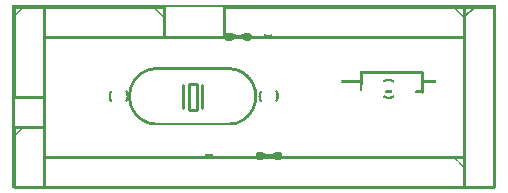
<source format=gto>
G04 MADE WITH FRITZING*
G04 WWW.FRITZING.ORG*
G04 DOUBLE SIDED*
G04 HOLES PLATED*
G04 CONTOUR ON CENTER OF CONTOUR VECTOR*
%ASAXBY*%
%FSLAX23Y23*%
%MOIN*%
%OFA0B0*%
%SFA1.0B1.0*%
%ADD10R,0.038714X0.096457X0.019029X0.076772*%
%ADD11C,0.009843*%
%ADD12C,0.010000*%
%ADD13C,0.005000*%
%ADD14R,0.001000X0.001000*%
%LNSILK1*%
G90*
G70*
G54D11*
X588Y351D02*
X616Y351D01*
X616Y264D01*
X588Y264D01*
X588Y351D01*
D02*
G54D12*
X1506Y607D02*
X706Y607D01*
D02*
X706Y607D02*
X706Y507D01*
D02*
X706Y507D02*
X1506Y507D01*
D02*
X1506Y507D02*
X1506Y607D01*
D02*
X506Y607D02*
X106Y607D01*
D02*
X106Y607D02*
X106Y507D01*
D02*
X106Y507D02*
X506Y507D01*
D02*
X506Y507D02*
X506Y607D01*
D02*
X1506Y507D02*
X106Y507D01*
D02*
X106Y507D02*
X106Y107D01*
D02*
X106Y107D02*
X1506Y107D01*
D02*
X1506Y507D02*
X1506Y357D01*
D02*
X1506Y257D02*
X1506Y107D01*
D02*
X1165Y390D02*
X1365Y390D01*
D02*
X1365Y390D02*
X1365Y324D01*
D02*
X6Y207D02*
X6Y7D01*
D02*
X6Y7D02*
X106Y7D01*
D02*
X106Y7D02*
X106Y207D01*
D02*
X106Y207D02*
X6Y207D01*
D02*
X6Y607D02*
X6Y307D01*
D02*
X6Y307D02*
X106Y307D01*
D02*
X106Y307D02*
X106Y607D01*
D02*
X106Y607D02*
X6Y607D01*
D02*
X1506Y607D02*
X1506Y7D01*
D02*
X1506Y7D02*
X1606Y7D01*
D02*
X1606Y7D02*
X1606Y607D01*
D02*
X1606Y607D02*
X1506Y607D01*
G54D13*
D02*
X1506Y572D02*
X1541Y607D01*
G54D12*
D02*
X1506Y107D02*
X106Y107D01*
D02*
X106Y107D02*
X106Y7D01*
D02*
X106Y7D02*
X1506Y7D01*
D02*
X1506Y7D02*
X1506Y107D01*
G54D11*
X633Y347D02*
X633Y269D01*
D02*
X570Y347D02*
X570Y269D01*
D02*
G54D14*
X0Y613D02*
X1612Y613D01*
X0Y612D02*
X1612Y612D01*
X0Y611D02*
X1612Y611D01*
X0Y610D02*
X1612Y610D01*
X0Y609D02*
X1612Y609D01*
X0Y608D02*
X1612Y608D01*
X0Y607D02*
X1612Y607D01*
X0Y606D02*
X1612Y606D01*
X0Y605D02*
X7Y605D01*
X34Y605D02*
X40Y605D01*
X470Y605D02*
X476Y605D01*
X1469Y605D02*
X1475Y605D01*
X1605Y605D02*
X1612Y605D01*
X0Y604D02*
X7Y604D01*
X33Y604D02*
X39Y604D01*
X471Y604D02*
X477Y604D01*
X1470Y604D02*
X1476Y604D01*
X1605Y604D02*
X1612Y604D01*
X0Y603D02*
X7Y603D01*
X32Y603D02*
X38Y603D01*
X472Y603D02*
X478Y603D01*
X1471Y603D02*
X1477Y603D01*
X1605Y603D02*
X1612Y603D01*
X0Y602D02*
X7Y602D01*
X31Y602D02*
X37Y602D01*
X473Y602D02*
X479Y602D01*
X1472Y602D02*
X1478Y602D01*
X1605Y602D02*
X1612Y602D01*
X0Y601D02*
X7Y601D01*
X30Y601D02*
X36Y601D01*
X474Y601D02*
X480Y601D01*
X1473Y601D02*
X1479Y601D01*
X1605Y601D02*
X1612Y601D01*
X0Y600D02*
X7Y600D01*
X29Y600D02*
X35Y600D01*
X475Y600D02*
X481Y600D01*
X1474Y600D02*
X1480Y600D01*
X1605Y600D02*
X1612Y600D01*
X0Y599D02*
X7Y599D01*
X28Y599D02*
X34Y599D01*
X476Y599D02*
X482Y599D01*
X1475Y599D02*
X1481Y599D01*
X1605Y599D02*
X1612Y599D01*
X0Y598D02*
X7Y598D01*
X27Y598D02*
X33Y598D01*
X477Y598D02*
X483Y598D01*
X1476Y598D02*
X1482Y598D01*
X1605Y598D02*
X1612Y598D01*
X0Y597D02*
X7Y597D01*
X26Y597D02*
X32Y597D01*
X478Y597D02*
X484Y597D01*
X1477Y597D02*
X1483Y597D01*
X1605Y597D02*
X1612Y597D01*
X0Y596D02*
X7Y596D01*
X25Y596D02*
X31Y596D01*
X479Y596D02*
X485Y596D01*
X1478Y596D02*
X1484Y596D01*
X1605Y596D02*
X1612Y596D01*
X0Y595D02*
X7Y595D01*
X24Y595D02*
X30Y595D01*
X480Y595D02*
X486Y595D01*
X1479Y595D02*
X1485Y595D01*
X1605Y595D02*
X1612Y595D01*
X0Y594D02*
X7Y594D01*
X23Y594D02*
X29Y594D01*
X481Y594D02*
X487Y594D01*
X1480Y594D02*
X1486Y594D01*
X1605Y594D02*
X1612Y594D01*
X0Y593D02*
X7Y593D01*
X22Y593D02*
X28Y593D01*
X482Y593D02*
X488Y593D01*
X1481Y593D02*
X1487Y593D01*
X1605Y593D02*
X1612Y593D01*
X0Y592D02*
X7Y592D01*
X21Y592D02*
X27Y592D01*
X483Y592D02*
X489Y592D01*
X1483Y592D02*
X1488Y592D01*
X1605Y592D02*
X1612Y592D01*
X0Y591D02*
X7Y591D01*
X20Y591D02*
X26Y591D01*
X484Y591D02*
X490Y591D01*
X1484Y591D02*
X1489Y591D01*
X1605Y591D02*
X1612Y591D01*
X0Y590D02*
X7Y590D01*
X19Y590D02*
X24Y590D01*
X485Y590D02*
X491Y590D01*
X1485Y590D02*
X1490Y590D01*
X1605Y590D02*
X1612Y590D01*
X0Y589D02*
X7Y589D01*
X18Y589D02*
X23Y589D01*
X487Y589D02*
X492Y589D01*
X1486Y589D02*
X1491Y589D01*
X1605Y589D02*
X1612Y589D01*
X0Y588D02*
X7Y588D01*
X17Y588D02*
X22Y588D01*
X487Y588D02*
X493Y588D01*
X1487Y588D02*
X1492Y588D01*
X1605Y588D02*
X1612Y588D01*
X0Y587D02*
X7Y587D01*
X16Y587D02*
X22Y587D01*
X488Y587D02*
X494Y587D01*
X1488Y587D02*
X1493Y587D01*
X1605Y587D02*
X1612Y587D01*
X0Y586D02*
X7Y586D01*
X15Y586D02*
X21Y586D01*
X489Y586D02*
X495Y586D01*
X1489Y586D02*
X1494Y586D01*
X1605Y586D02*
X1612Y586D01*
X0Y585D02*
X7Y585D01*
X14Y585D02*
X20Y585D01*
X490Y585D02*
X496Y585D01*
X1490Y585D02*
X1495Y585D01*
X1605Y585D02*
X1612Y585D01*
X0Y584D02*
X7Y584D01*
X13Y584D02*
X19Y584D01*
X491Y584D02*
X497Y584D01*
X1490Y584D02*
X1496Y584D01*
X1605Y584D02*
X1612Y584D01*
X0Y583D02*
X7Y583D01*
X12Y583D02*
X18Y583D01*
X492Y583D02*
X498Y583D01*
X1491Y583D02*
X1497Y583D01*
X1605Y583D02*
X1612Y583D01*
X0Y582D02*
X7Y582D01*
X11Y582D02*
X17Y582D01*
X493Y582D02*
X499Y582D01*
X1492Y582D02*
X1498Y582D01*
X1605Y582D02*
X1612Y582D01*
X0Y581D02*
X7Y581D01*
X10Y581D02*
X16Y581D01*
X494Y581D02*
X500Y581D01*
X1493Y581D02*
X1499Y581D01*
X1605Y581D02*
X1612Y581D01*
X0Y580D02*
X7Y580D01*
X9Y580D02*
X15Y580D01*
X495Y580D02*
X501Y580D01*
X1494Y580D02*
X1500Y580D01*
X1605Y580D02*
X1612Y580D01*
X0Y579D02*
X14Y579D01*
X496Y579D02*
X502Y579D01*
X1495Y579D02*
X1501Y579D01*
X1605Y579D02*
X1612Y579D01*
X0Y578D02*
X13Y578D01*
X497Y578D02*
X503Y578D01*
X1496Y578D02*
X1502Y578D01*
X1605Y578D02*
X1612Y578D01*
X0Y577D02*
X12Y577D01*
X498Y577D02*
X504Y577D01*
X1497Y577D02*
X1503Y577D01*
X1605Y577D02*
X1612Y577D01*
X0Y576D02*
X11Y576D01*
X499Y576D02*
X505Y576D01*
X1498Y576D02*
X1504Y576D01*
X1605Y576D02*
X1612Y576D01*
X0Y575D02*
X10Y575D01*
X500Y575D02*
X506Y575D01*
X1499Y575D02*
X1505Y575D01*
X1605Y575D02*
X1612Y575D01*
X0Y574D02*
X9Y574D01*
X501Y574D02*
X505Y574D01*
X1500Y574D02*
X1505Y574D01*
X1605Y574D02*
X1612Y574D01*
X0Y573D02*
X8Y573D01*
X502Y573D02*
X504Y573D01*
X1501Y573D02*
X1504Y573D01*
X1605Y573D02*
X1612Y573D01*
X0Y572D02*
X7Y572D01*
X503Y572D02*
X503Y572D01*
X1502Y572D02*
X1503Y572D01*
X1605Y572D02*
X1612Y572D01*
X0Y571D02*
X7Y571D01*
X1605Y571D02*
X1612Y571D01*
X0Y570D02*
X7Y570D01*
X1605Y570D02*
X1612Y570D01*
X0Y569D02*
X7Y569D01*
X1605Y569D02*
X1612Y569D01*
X0Y568D02*
X7Y568D01*
X1605Y568D02*
X1612Y568D01*
X0Y567D02*
X7Y567D01*
X1605Y567D02*
X1612Y567D01*
X0Y566D02*
X7Y566D01*
X1605Y566D02*
X1612Y566D01*
X0Y565D02*
X7Y565D01*
X1605Y565D02*
X1612Y565D01*
X0Y564D02*
X7Y564D01*
X1605Y564D02*
X1612Y564D01*
X0Y563D02*
X7Y563D01*
X1605Y563D02*
X1612Y563D01*
X0Y562D02*
X7Y562D01*
X1605Y562D02*
X1612Y562D01*
X0Y561D02*
X7Y561D01*
X1605Y561D02*
X1612Y561D01*
X0Y560D02*
X7Y560D01*
X1605Y560D02*
X1612Y560D01*
X0Y559D02*
X7Y559D01*
X1605Y559D02*
X1612Y559D01*
X0Y558D02*
X7Y558D01*
X1605Y558D02*
X1612Y558D01*
X0Y557D02*
X7Y557D01*
X1605Y557D02*
X1612Y557D01*
X0Y556D02*
X7Y556D01*
X1605Y556D02*
X1612Y556D01*
X0Y555D02*
X7Y555D01*
X1605Y555D02*
X1612Y555D01*
X0Y554D02*
X7Y554D01*
X1605Y554D02*
X1612Y554D01*
X0Y553D02*
X7Y553D01*
X1605Y553D02*
X1612Y553D01*
X0Y552D02*
X7Y552D01*
X1605Y552D02*
X1612Y552D01*
X0Y551D02*
X7Y551D01*
X1605Y551D02*
X1612Y551D01*
X0Y550D02*
X7Y550D01*
X1605Y550D02*
X1612Y550D01*
X0Y549D02*
X7Y549D01*
X1605Y549D02*
X1612Y549D01*
X0Y548D02*
X7Y548D01*
X1605Y548D02*
X1612Y548D01*
X0Y547D02*
X7Y547D01*
X1605Y547D02*
X1612Y547D01*
X0Y546D02*
X7Y546D01*
X1605Y546D02*
X1612Y546D01*
X0Y545D02*
X7Y545D01*
X1605Y545D02*
X1612Y545D01*
X0Y544D02*
X7Y544D01*
X1605Y544D02*
X1612Y544D01*
X0Y543D02*
X7Y543D01*
X1605Y543D02*
X1612Y543D01*
X0Y542D02*
X7Y542D01*
X1605Y542D02*
X1612Y542D01*
X0Y541D02*
X7Y541D01*
X1605Y541D02*
X1612Y541D01*
X0Y540D02*
X7Y540D01*
X1605Y540D02*
X1612Y540D01*
X0Y539D02*
X7Y539D01*
X1605Y539D02*
X1612Y539D01*
X0Y538D02*
X7Y538D01*
X1605Y538D02*
X1612Y538D01*
X0Y537D02*
X7Y537D01*
X1605Y537D02*
X1612Y537D01*
X0Y536D02*
X7Y536D01*
X1605Y536D02*
X1612Y536D01*
X0Y535D02*
X7Y535D01*
X1605Y535D02*
X1612Y535D01*
X0Y534D02*
X7Y534D01*
X1605Y534D02*
X1612Y534D01*
X0Y533D02*
X7Y533D01*
X1605Y533D02*
X1612Y533D01*
X0Y532D02*
X7Y532D01*
X1605Y532D02*
X1612Y532D01*
X0Y531D02*
X7Y531D01*
X1605Y531D02*
X1612Y531D01*
X0Y530D02*
X7Y530D01*
X1605Y530D02*
X1612Y530D01*
X0Y529D02*
X7Y529D01*
X1605Y529D02*
X1612Y529D01*
X0Y528D02*
X7Y528D01*
X1605Y528D02*
X1612Y528D01*
X0Y527D02*
X7Y527D01*
X1605Y527D02*
X1612Y527D01*
X0Y526D02*
X7Y526D01*
X1605Y526D02*
X1612Y526D01*
X0Y525D02*
X7Y525D01*
X1605Y525D02*
X1612Y525D01*
X0Y524D02*
X7Y524D01*
X1605Y524D02*
X1612Y524D01*
X0Y523D02*
X7Y523D01*
X1605Y523D02*
X1612Y523D01*
X0Y522D02*
X7Y522D01*
X1605Y522D02*
X1612Y522D01*
X0Y521D02*
X7Y521D01*
X1605Y521D02*
X1612Y521D01*
X0Y520D02*
X7Y520D01*
X717Y520D02*
X732Y520D01*
X777Y520D02*
X788Y520D01*
X1605Y520D02*
X1612Y520D01*
X0Y519D02*
X7Y519D01*
X713Y519D02*
X734Y519D01*
X775Y519D02*
X792Y519D01*
X1605Y519D02*
X1612Y519D01*
X0Y518D02*
X7Y518D01*
X712Y518D02*
X736Y518D01*
X773Y518D02*
X793Y518D01*
X1605Y518D02*
X1612Y518D01*
X0Y517D02*
X7Y517D01*
X711Y517D02*
X739Y517D01*
X771Y517D02*
X794Y517D01*
X1605Y517D02*
X1612Y517D01*
X0Y516D02*
X7Y516D01*
X710Y516D02*
X742Y516D01*
X768Y516D02*
X795Y516D01*
X840Y516D02*
X842Y516D01*
X1605Y516D02*
X1612Y516D01*
X0Y515D02*
X7Y515D01*
X709Y515D02*
X746Y515D01*
X764Y515D02*
X796Y515D01*
X840Y515D02*
X846Y515D01*
X864Y515D02*
X865Y515D01*
X1605Y515D02*
X1612Y515D01*
X0Y514D02*
X7Y514D01*
X709Y514D02*
X796Y514D01*
X840Y514D02*
X865Y514D01*
X1605Y514D02*
X1612Y514D01*
X0Y513D02*
X7Y513D01*
X709Y513D02*
X796Y513D01*
X840Y513D02*
X865Y513D01*
X1605Y513D02*
X1612Y513D01*
X0Y512D02*
X7Y512D01*
X708Y512D02*
X797Y512D01*
X840Y512D02*
X865Y512D01*
X1605Y512D02*
X1612Y512D01*
X0Y511D02*
X7Y511D01*
X708Y511D02*
X797Y511D01*
X840Y511D02*
X865Y511D01*
X1605Y511D02*
X1612Y511D01*
X0Y510D02*
X7Y510D01*
X708Y510D02*
X797Y510D01*
X840Y510D02*
X865Y510D01*
X1605Y510D02*
X1612Y510D01*
X0Y509D02*
X7Y509D01*
X708Y509D02*
X797Y509D01*
X840Y509D02*
X865Y509D01*
X1605Y509D02*
X1612Y509D01*
X0Y508D02*
X7Y508D01*
X708Y508D02*
X797Y508D01*
X840Y508D02*
X865Y508D01*
X1605Y508D02*
X1612Y508D01*
X0Y507D02*
X7Y507D01*
X708Y507D02*
X797Y507D01*
X840Y507D02*
X865Y507D01*
X1605Y507D02*
X1612Y507D01*
X0Y506D02*
X7Y506D01*
X708Y506D02*
X797Y506D01*
X840Y506D02*
X865Y506D01*
X1605Y506D02*
X1612Y506D01*
X0Y505D02*
X7Y505D01*
X708Y505D02*
X797Y505D01*
X840Y505D02*
X865Y505D01*
X1605Y505D02*
X1612Y505D01*
X0Y504D02*
X7Y504D01*
X708Y504D02*
X797Y504D01*
X840Y504D02*
X865Y504D01*
X1605Y504D02*
X1612Y504D01*
X0Y503D02*
X7Y503D01*
X708Y503D02*
X797Y503D01*
X840Y503D02*
X865Y503D01*
X1605Y503D02*
X1612Y503D01*
X0Y502D02*
X7Y502D01*
X708Y502D02*
X797Y502D01*
X840Y502D02*
X865Y502D01*
X1605Y502D02*
X1612Y502D01*
X0Y501D02*
X7Y501D01*
X709Y501D02*
X796Y501D01*
X840Y501D02*
X865Y501D01*
X1605Y501D02*
X1612Y501D01*
X0Y500D02*
X7Y500D01*
X709Y500D02*
X748Y500D01*
X762Y500D02*
X796Y500D01*
X840Y500D02*
X848Y500D01*
X862Y500D02*
X865Y500D01*
X1605Y500D02*
X1612Y500D01*
X0Y499D02*
X7Y499D01*
X709Y499D02*
X743Y499D01*
X766Y499D02*
X796Y499D01*
X840Y499D02*
X843Y499D01*
X1605Y499D02*
X1612Y499D01*
X0Y498D02*
X7Y498D01*
X710Y498D02*
X740Y498D01*
X770Y498D02*
X795Y498D01*
X840Y498D02*
X840Y498D01*
X1605Y498D02*
X1612Y498D01*
X0Y497D02*
X7Y497D01*
X711Y497D02*
X737Y497D01*
X772Y497D02*
X794Y497D01*
X1605Y497D02*
X1612Y497D01*
X0Y496D02*
X7Y496D01*
X712Y496D02*
X735Y496D01*
X774Y496D02*
X793Y496D01*
X1605Y496D02*
X1612Y496D01*
X0Y495D02*
X7Y495D01*
X714Y495D02*
X733Y495D01*
X776Y495D02*
X791Y495D01*
X1605Y495D02*
X1612Y495D01*
X0Y494D02*
X7Y494D01*
X1605Y494D02*
X1612Y494D01*
X0Y493D02*
X7Y493D01*
X1605Y493D02*
X1612Y493D01*
X0Y492D02*
X7Y492D01*
X1605Y492D02*
X1612Y492D01*
X0Y491D02*
X7Y491D01*
X1605Y491D02*
X1612Y491D01*
X0Y490D02*
X7Y490D01*
X1605Y490D02*
X1612Y490D01*
X0Y489D02*
X7Y489D01*
X1605Y489D02*
X1612Y489D01*
X0Y488D02*
X7Y488D01*
X1605Y488D02*
X1612Y488D01*
X0Y487D02*
X7Y487D01*
X1605Y487D02*
X1612Y487D01*
X0Y486D02*
X7Y486D01*
X1605Y486D02*
X1612Y486D01*
X0Y485D02*
X7Y485D01*
X1605Y485D02*
X1612Y485D01*
X0Y484D02*
X7Y484D01*
X1605Y484D02*
X1612Y484D01*
X0Y483D02*
X7Y483D01*
X1605Y483D02*
X1612Y483D01*
X0Y482D02*
X7Y482D01*
X1605Y482D02*
X1612Y482D01*
X0Y481D02*
X7Y481D01*
X1605Y481D02*
X1612Y481D01*
X0Y480D02*
X7Y480D01*
X1605Y480D02*
X1612Y480D01*
X0Y479D02*
X7Y479D01*
X1605Y479D02*
X1612Y479D01*
X0Y478D02*
X7Y478D01*
X1605Y478D02*
X1612Y478D01*
X0Y477D02*
X7Y477D01*
X1605Y477D02*
X1612Y477D01*
X0Y476D02*
X7Y476D01*
X1605Y476D02*
X1612Y476D01*
X0Y475D02*
X7Y475D01*
X1605Y475D02*
X1612Y475D01*
X0Y474D02*
X7Y474D01*
X1605Y474D02*
X1612Y474D01*
X0Y473D02*
X7Y473D01*
X1605Y473D02*
X1612Y473D01*
X0Y472D02*
X7Y472D01*
X1605Y472D02*
X1612Y472D01*
X0Y471D02*
X7Y471D01*
X1605Y471D02*
X1612Y471D01*
X0Y470D02*
X7Y470D01*
X1605Y470D02*
X1612Y470D01*
X0Y469D02*
X7Y469D01*
X1605Y469D02*
X1612Y469D01*
X0Y468D02*
X7Y468D01*
X1605Y468D02*
X1612Y468D01*
X0Y467D02*
X7Y467D01*
X1605Y467D02*
X1612Y467D01*
X0Y466D02*
X7Y466D01*
X1605Y466D02*
X1612Y466D01*
X0Y465D02*
X7Y465D01*
X1605Y465D02*
X1612Y465D01*
X0Y464D02*
X7Y464D01*
X1605Y464D02*
X1612Y464D01*
X0Y463D02*
X7Y463D01*
X1605Y463D02*
X1612Y463D01*
X0Y462D02*
X7Y462D01*
X1605Y462D02*
X1612Y462D01*
X0Y461D02*
X7Y461D01*
X1605Y461D02*
X1612Y461D01*
X0Y460D02*
X7Y460D01*
X1605Y460D02*
X1612Y460D01*
X0Y459D02*
X7Y459D01*
X1605Y459D02*
X1612Y459D01*
X0Y458D02*
X7Y458D01*
X1605Y458D02*
X1612Y458D01*
X0Y457D02*
X7Y457D01*
X1605Y457D02*
X1612Y457D01*
X0Y456D02*
X7Y456D01*
X1605Y456D02*
X1612Y456D01*
X0Y455D02*
X7Y455D01*
X1605Y455D02*
X1612Y455D01*
X0Y454D02*
X7Y454D01*
X1605Y454D02*
X1612Y454D01*
X0Y453D02*
X7Y453D01*
X1605Y453D02*
X1612Y453D01*
X0Y452D02*
X7Y452D01*
X1605Y452D02*
X1612Y452D01*
X0Y451D02*
X7Y451D01*
X1605Y451D02*
X1612Y451D01*
X0Y450D02*
X7Y450D01*
X1605Y450D02*
X1612Y450D01*
X0Y449D02*
X7Y449D01*
X1605Y449D02*
X1612Y449D01*
X0Y448D02*
X7Y448D01*
X1605Y448D02*
X1612Y448D01*
X0Y447D02*
X7Y447D01*
X1605Y447D02*
X1612Y447D01*
X0Y446D02*
X7Y446D01*
X1605Y446D02*
X1612Y446D01*
X0Y445D02*
X7Y445D01*
X1605Y445D02*
X1612Y445D01*
X0Y444D02*
X7Y444D01*
X1605Y444D02*
X1612Y444D01*
X0Y443D02*
X7Y443D01*
X1605Y443D02*
X1612Y443D01*
X0Y442D02*
X7Y442D01*
X1605Y442D02*
X1612Y442D01*
X0Y441D02*
X7Y441D01*
X1605Y441D02*
X1612Y441D01*
X0Y440D02*
X7Y440D01*
X1605Y440D02*
X1612Y440D01*
X0Y439D02*
X7Y439D01*
X1605Y439D02*
X1612Y439D01*
X0Y438D02*
X7Y438D01*
X1605Y438D02*
X1612Y438D01*
X0Y437D02*
X7Y437D01*
X1605Y437D02*
X1612Y437D01*
X0Y436D02*
X7Y436D01*
X1605Y436D02*
X1612Y436D01*
X0Y435D02*
X7Y435D01*
X1605Y435D02*
X1612Y435D01*
X0Y434D02*
X7Y434D01*
X1605Y434D02*
X1612Y434D01*
X0Y433D02*
X7Y433D01*
X1605Y433D02*
X1612Y433D01*
X0Y432D02*
X7Y432D01*
X1605Y432D02*
X1612Y432D01*
X0Y431D02*
X7Y431D01*
X1605Y431D02*
X1612Y431D01*
X0Y430D02*
X7Y430D01*
X1605Y430D02*
X1612Y430D01*
X0Y429D02*
X7Y429D01*
X1605Y429D02*
X1612Y429D01*
X0Y428D02*
X7Y428D01*
X1605Y428D02*
X1612Y428D01*
X0Y427D02*
X7Y427D01*
X1605Y427D02*
X1612Y427D01*
X0Y426D02*
X7Y426D01*
X1605Y426D02*
X1612Y426D01*
X0Y425D02*
X7Y425D01*
X1605Y425D02*
X1612Y425D01*
X0Y424D02*
X7Y424D01*
X1605Y424D02*
X1612Y424D01*
X0Y423D02*
X7Y423D01*
X1605Y423D02*
X1612Y423D01*
X0Y422D02*
X7Y422D01*
X1605Y422D02*
X1612Y422D01*
X0Y421D02*
X7Y421D01*
X1605Y421D02*
X1612Y421D01*
X0Y420D02*
X7Y420D01*
X1605Y420D02*
X1612Y420D01*
X0Y419D02*
X7Y419D01*
X1605Y419D02*
X1612Y419D01*
X0Y418D02*
X7Y418D01*
X1605Y418D02*
X1612Y418D01*
X0Y417D02*
X7Y417D01*
X1605Y417D02*
X1612Y417D01*
X0Y416D02*
X7Y416D01*
X1605Y416D02*
X1612Y416D01*
X0Y415D02*
X7Y415D01*
X1605Y415D02*
X1612Y415D01*
X0Y414D02*
X7Y414D01*
X1605Y414D02*
X1612Y414D01*
X0Y413D02*
X7Y413D01*
X1605Y413D02*
X1612Y413D01*
X0Y412D02*
X7Y412D01*
X1605Y412D02*
X1612Y412D01*
X0Y411D02*
X7Y411D01*
X1605Y411D02*
X1612Y411D01*
X0Y410D02*
X7Y410D01*
X1605Y410D02*
X1612Y410D01*
X0Y409D02*
X7Y409D01*
X1605Y409D02*
X1612Y409D01*
X0Y408D02*
X7Y408D01*
X1605Y408D02*
X1612Y408D01*
X0Y407D02*
X7Y407D01*
X1605Y407D02*
X1612Y407D01*
X0Y406D02*
X7Y406D01*
X1605Y406D02*
X1612Y406D01*
X0Y405D02*
X7Y405D01*
X471Y405D02*
X732Y405D01*
X1605Y405D02*
X1612Y405D01*
X0Y404D02*
X7Y404D01*
X465Y404D02*
X738Y404D01*
X1605Y404D02*
X1612Y404D01*
X0Y403D02*
X7Y403D01*
X460Y403D02*
X743Y403D01*
X1605Y403D02*
X1612Y403D01*
X0Y402D02*
X7Y402D01*
X456Y402D02*
X746Y402D01*
X1605Y402D02*
X1612Y402D01*
X0Y401D02*
X7Y401D01*
X453Y401D02*
X750Y401D01*
X1605Y401D02*
X1612Y401D01*
X0Y400D02*
X7Y400D01*
X450Y400D02*
X752Y400D01*
X1605Y400D02*
X1612Y400D01*
X0Y399D02*
X7Y399D01*
X448Y399D02*
X755Y399D01*
X1605Y399D02*
X1612Y399D01*
X0Y398D02*
X7Y398D01*
X445Y398D02*
X758Y398D01*
X1605Y398D02*
X1612Y398D01*
X0Y397D02*
X7Y397D01*
X443Y397D02*
X760Y397D01*
X1605Y397D02*
X1612Y397D01*
X0Y396D02*
X7Y396D01*
X441Y396D02*
X762Y396D01*
X1605Y396D02*
X1612Y396D01*
X0Y395D02*
X7Y395D01*
X439Y395D02*
X469Y395D01*
X734Y395D02*
X764Y395D01*
X1605Y395D02*
X1612Y395D01*
X0Y394D02*
X7Y394D01*
X437Y394D02*
X463Y394D01*
X739Y394D02*
X766Y394D01*
X1605Y394D02*
X1612Y394D01*
X0Y393D02*
X7Y393D01*
X435Y393D02*
X459Y393D01*
X743Y393D02*
X768Y393D01*
X1605Y393D02*
X1612Y393D01*
X0Y392D02*
X7Y392D01*
X433Y392D02*
X455Y392D01*
X747Y392D02*
X769Y392D01*
X1605Y392D02*
X1612Y392D01*
X0Y391D02*
X7Y391D01*
X432Y391D02*
X453Y391D01*
X750Y391D02*
X771Y391D01*
X1160Y391D02*
X1168Y391D01*
X1605Y391D02*
X1612Y391D01*
X0Y390D02*
X7Y390D01*
X430Y390D02*
X450Y390D01*
X753Y390D02*
X772Y390D01*
X1160Y390D02*
X1169Y390D01*
X1605Y390D02*
X1612Y390D01*
X0Y389D02*
X7Y389D01*
X428Y389D02*
X447Y389D01*
X755Y389D02*
X774Y389D01*
X1160Y389D02*
X1169Y389D01*
X1605Y389D02*
X1612Y389D01*
X0Y388D02*
X7Y388D01*
X427Y388D02*
X445Y388D01*
X757Y388D02*
X775Y388D01*
X1160Y388D02*
X1169Y388D01*
X1605Y388D02*
X1612Y388D01*
X0Y387D02*
X7Y387D01*
X426Y387D02*
X443Y387D01*
X759Y387D02*
X777Y387D01*
X1160Y387D02*
X1169Y387D01*
X1605Y387D02*
X1612Y387D01*
X0Y386D02*
X7Y386D01*
X424Y386D02*
X441Y386D01*
X761Y386D02*
X778Y386D01*
X1160Y386D02*
X1169Y386D01*
X1605Y386D02*
X1612Y386D01*
X0Y385D02*
X7Y385D01*
X423Y385D02*
X439Y385D01*
X763Y385D02*
X779Y385D01*
X1160Y385D02*
X1169Y385D01*
X1605Y385D02*
X1612Y385D01*
X0Y384D02*
X7Y384D01*
X422Y384D02*
X438Y384D01*
X765Y384D02*
X781Y384D01*
X1160Y384D02*
X1169Y384D01*
X1605Y384D02*
X1612Y384D01*
X0Y383D02*
X7Y383D01*
X421Y383D02*
X436Y383D01*
X766Y383D02*
X782Y383D01*
X1160Y383D02*
X1169Y383D01*
X1605Y383D02*
X1612Y383D01*
X0Y382D02*
X7Y382D01*
X419Y382D02*
X435Y382D01*
X768Y382D02*
X783Y382D01*
X1160Y382D02*
X1169Y382D01*
X1605Y382D02*
X1612Y382D01*
X0Y381D02*
X7Y381D01*
X418Y381D02*
X433Y381D01*
X770Y381D02*
X784Y381D01*
X1160Y381D02*
X1169Y381D01*
X1605Y381D02*
X1612Y381D01*
X0Y380D02*
X7Y380D01*
X417Y380D02*
X432Y380D01*
X771Y380D02*
X785Y380D01*
X1160Y380D02*
X1169Y380D01*
X1605Y380D02*
X1612Y380D01*
X0Y379D02*
X7Y379D01*
X416Y379D02*
X430Y379D01*
X772Y379D02*
X786Y379D01*
X1160Y379D02*
X1169Y379D01*
X1605Y379D02*
X1612Y379D01*
X0Y378D02*
X7Y378D01*
X415Y378D02*
X429Y378D01*
X773Y378D02*
X787Y378D01*
X1160Y378D02*
X1169Y378D01*
X1605Y378D02*
X1612Y378D01*
X0Y377D02*
X7Y377D01*
X414Y377D02*
X428Y377D01*
X775Y377D02*
X788Y377D01*
X1160Y377D02*
X1169Y377D01*
X1605Y377D02*
X1612Y377D01*
X0Y376D02*
X7Y376D01*
X413Y376D02*
X426Y376D01*
X776Y376D02*
X789Y376D01*
X1160Y376D02*
X1169Y376D01*
X1605Y376D02*
X1612Y376D01*
X0Y375D02*
X7Y375D01*
X412Y375D02*
X425Y375D01*
X777Y375D02*
X790Y375D01*
X1160Y375D02*
X1169Y375D01*
X1605Y375D02*
X1612Y375D01*
X0Y374D02*
X7Y374D01*
X411Y374D02*
X424Y374D01*
X778Y374D02*
X791Y374D01*
X1160Y374D02*
X1169Y374D01*
X1605Y374D02*
X1612Y374D01*
X0Y373D02*
X7Y373D01*
X411Y373D02*
X423Y373D01*
X779Y373D02*
X792Y373D01*
X1160Y373D02*
X1169Y373D01*
X1605Y373D02*
X1612Y373D01*
X0Y372D02*
X7Y372D01*
X410Y372D02*
X422Y372D01*
X780Y372D02*
X793Y372D01*
X1160Y372D02*
X1169Y372D01*
X1605Y372D02*
X1612Y372D01*
X0Y371D02*
X7Y371D01*
X409Y371D02*
X421Y371D01*
X781Y371D02*
X794Y371D01*
X1160Y371D02*
X1169Y371D01*
X1605Y371D02*
X1612Y371D01*
X0Y370D02*
X7Y370D01*
X408Y370D02*
X420Y370D01*
X782Y370D02*
X795Y370D01*
X1160Y370D02*
X1169Y370D01*
X1605Y370D02*
X1612Y370D01*
X0Y369D02*
X7Y369D01*
X407Y369D02*
X419Y369D01*
X783Y369D02*
X795Y369D01*
X1160Y369D02*
X1169Y369D01*
X1605Y369D02*
X1612Y369D01*
X0Y368D02*
X7Y368D01*
X406Y368D02*
X418Y368D01*
X784Y368D02*
X796Y368D01*
X1160Y368D02*
X1169Y368D01*
X1605Y368D02*
X1612Y368D01*
X0Y367D02*
X7Y367D01*
X406Y367D02*
X417Y367D01*
X785Y367D02*
X797Y367D01*
X1160Y367D02*
X1169Y367D01*
X1254Y367D02*
X1255Y367D01*
X1605Y367D02*
X1612Y367D01*
X0Y366D02*
X7Y366D01*
X405Y366D02*
X416Y366D01*
X786Y366D02*
X797Y366D01*
X1160Y366D02*
X1169Y366D01*
X1247Y366D02*
X1262Y366D01*
X1605Y366D02*
X1612Y366D01*
X0Y365D02*
X7Y365D01*
X404Y365D02*
X416Y365D01*
X787Y365D02*
X798Y365D01*
X1160Y365D02*
X1169Y365D01*
X1243Y365D02*
X1266Y365D01*
X1605Y365D02*
X1612Y365D01*
X0Y364D02*
X7Y364D01*
X404Y364D02*
X415Y364D01*
X788Y364D02*
X799Y364D01*
X1160Y364D02*
X1169Y364D01*
X1241Y364D02*
X1268Y364D01*
X1605Y364D02*
X1612Y364D01*
X0Y363D02*
X7Y363D01*
X403Y363D02*
X414Y363D01*
X789Y363D02*
X800Y363D01*
X1097Y363D02*
X1169Y363D01*
X1239Y363D02*
X1270Y363D01*
X1365Y363D02*
X1412Y363D01*
X1605Y363D02*
X1612Y363D01*
X0Y362D02*
X7Y362D01*
X402Y362D02*
X413Y362D01*
X789Y362D02*
X800Y362D01*
X1097Y362D02*
X1169Y362D01*
X1237Y362D02*
X1272Y362D01*
X1364Y362D02*
X1412Y362D01*
X1605Y362D02*
X1612Y362D01*
X0Y361D02*
X7Y361D01*
X402Y361D02*
X412Y361D01*
X790Y361D02*
X801Y361D01*
X1097Y361D02*
X1169Y361D01*
X1236Y361D02*
X1273Y361D01*
X1364Y361D02*
X1412Y361D01*
X1605Y361D02*
X1612Y361D01*
X0Y360D02*
X7Y360D01*
X401Y360D02*
X412Y360D01*
X791Y360D02*
X801Y360D01*
X1097Y360D02*
X1169Y360D01*
X1235Y360D02*
X1274Y360D01*
X1364Y360D02*
X1412Y360D01*
X1605Y360D02*
X1612Y360D01*
X0Y359D02*
X7Y359D01*
X400Y359D02*
X411Y359D01*
X792Y359D02*
X802Y359D01*
X1098Y359D02*
X1169Y359D01*
X1236Y359D02*
X1249Y359D01*
X1260Y359D02*
X1274Y359D01*
X1364Y359D02*
X1411Y359D01*
X1605Y359D02*
X1612Y359D01*
X0Y358D02*
X7Y358D01*
X400Y358D02*
X410Y358D01*
X792Y358D02*
X803Y358D01*
X1098Y358D02*
X1169Y358D01*
X1236Y358D02*
X1246Y358D01*
X1263Y358D02*
X1273Y358D01*
X1364Y358D02*
X1411Y358D01*
X1605Y358D02*
X1612Y358D01*
X0Y357D02*
X7Y357D01*
X399Y357D02*
X410Y357D01*
X793Y357D02*
X803Y357D01*
X1098Y357D02*
X1169Y357D01*
X1237Y357D02*
X1244Y357D01*
X1266Y357D02*
X1272Y357D01*
X1364Y357D02*
X1412Y357D01*
X1605Y357D02*
X1612Y357D01*
X0Y356D02*
X7Y356D01*
X399Y356D02*
X409Y356D01*
X794Y356D02*
X804Y356D01*
X1097Y356D02*
X1169Y356D01*
X1238Y356D02*
X1242Y356D01*
X1267Y356D02*
X1271Y356D01*
X1364Y356D02*
X1412Y356D01*
X1605Y356D02*
X1612Y356D01*
X0Y355D02*
X7Y355D01*
X398Y355D02*
X408Y355D01*
X794Y355D02*
X804Y355D01*
X1097Y355D02*
X1169Y355D01*
X1239Y355D02*
X1240Y355D01*
X1269Y355D02*
X1271Y355D01*
X1364Y355D02*
X1412Y355D01*
X1605Y355D02*
X1612Y355D01*
X0Y354D02*
X7Y354D01*
X398Y354D02*
X408Y354D01*
X795Y354D02*
X805Y354D01*
X1097Y354D02*
X1169Y354D01*
X1239Y354D02*
X1239Y354D01*
X1364Y354D02*
X1412Y354D01*
X1605Y354D02*
X1612Y354D01*
X0Y353D02*
X7Y353D01*
X397Y353D02*
X407Y353D01*
X795Y353D02*
X805Y353D01*
X1160Y353D02*
X1169Y353D01*
X1605Y353D02*
X1612Y353D01*
X0Y352D02*
X7Y352D01*
X397Y352D02*
X407Y352D01*
X796Y352D02*
X806Y352D01*
X1160Y352D02*
X1169Y352D01*
X1605Y352D02*
X1612Y352D01*
X0Y351D02*
X7Y351D01*
X396Y351D02*
X406Y351D01*
X797Y351D02*
X806Y351D01*
X1160Y351D02*
X1168Y351D01*
X1605Y351D02*
X1612Y351D01*
X0Y350D02*
X7Y350D01*
X396Y350D02*
X405Y350D01*
X797Y350D02*
X807Y350D01*
X1160Y350D02*
X1168Y350D01*
X1605Y350D02*
X1612Y350D01*
X0Y349D02*
X7Y349D01*
X395Y349D02*
X405Y349D01*
X798Y349D02*
X807Y349D01*
X1160Y349D02*
X1167Y349D01*
X1605Y349D02*
X1612Y349D01*
X0Y348D02*
X7Y348D01*
X395Y348D02*
X404Y348D01*
X798Y348D02*
X808Y348D01*
X1160Y348D02*
X1167Y348D01*
X1605Y348D02*
X1612Y348D01*
X0Y347D02*
X7Y347D01*
X394Y347D02*
X404Y347D01*
X799Y347D02*
X808Y347D01*
X1160Y347D02*
X1167Y347D01*
X1605Y347D02*
X1612Y347D01*
X0Y346D02*
X7Y346D01*
X394Y346D02*
X403Y346D01*
X799Y346D02*
X809Y346D01*
X1160Y346D02*
X1166Y346D01*
X1605Y346D02*
X1612Y346D01*
X0Y345D02*
X7Y345D01*
X393Y345D02*
X403Y345D01*
X800Y345D02*
X809Y345D01*
X1160Y345D02*
X1166Y345D01*
X1605Y345D02*
X1612Y345D01*
X0Y344D02*
X7Y344D01*
X393Y344D02*
X403Y344D01*
X800Y344D02*
X809Y344D01*
X1160Y344D02*
X1166Y344D01*
X1605Y344D02*
X1612Y344D01*
X0Y343D02*
X7Y343D01*
X393Y343D02*
X402Y343D01*
X800Y343D02*
X810Y343D01*
X1160Y343D02*
X1165Y343D01*
X1605Y343D02*
X1612Y343D01*
X0Y342D02*
X7Y342D01*
X392Y342D02*
X402Y342D01*
X801Y342D02*
X810Y342D01*
X1160Y342D02*
X1165Y342D01*
X1605Y342D02*
X1612Y342D01*
X0Y341D02*
X7Y341D01*
X392Y341D02*
X401Y341D01*
X801Y341D02*
X810Y341D01*
X1160Y341D02*
X1165Y341D01*
X1605Y341D02*
X1612Y341D01*
X0Y340D02*
X7Y340D01*
X392Y340D02*
X401Y340D01*
X802Y340D02*
X811Y340D01*
X1160Y340D02*
X1165Y340D01*
X1605Y340D02*
X1612Y340D01*
X0Y339D02*
X7Y339D01*
X391Y339D02*
X401Y339D01*
X802Y339D02*
X811Y339D01*
X1160Y339D02*
X1165Y339D01*
X1605Y339D02*
X1612Y339D01*
X0Y338D02*
X7Y338D01*
X391Y338D02*
X400Y338D01*
X802Y338D02*
X812Y338D01*
X1160Y338D02*
X1164Y338D01*
X1605Y338D02*
X1612Y338D01*
X0Y337D02*
X7Y337D01*
X391Y337D02*
X400Y337D01*
X803Y337D02*
X812Y337D01*
X1160Y337D02*
X1164Y337D01*
X1605Y337D02*
X1612Y337D01*
X0Y336D02*
X7Y336D01*
X390Y336D02*
X399Y336D01*
X803Y336D02*
X812Y336D01*
X1160Y336D02*
X1164Y336D01*
X1605Y336D02*
X1612Y336D01*
X0Y335D02*
X7Y335D01*
X390Y335D02*
X399Y335D01*
X803Y335D02*
X812Y335D01*
X1160Y335D02*
X1164Y335D01*
X1605Y335D02*
X1612Y335D01*
X0Y334D02*
X7Y334D01*
X390Y334D02*
X399Y334D01*
X804Y334D02*
X813Y334D01*
X1160Y334D02*
X1164Y334D01*
X1605Y334D02*
X1612Y334D01*
X0Y333D02*
X7Y333D01*
X389Y333D02*
X399Y333D01*
X804Y333D02*
X813Y333D01*
X1160Y333D02*
X1164Y333D01*
X1605Y333D02*
X1612Y333D01*
X0Y332D02*
X7Y332D01*
X389Y332D02*
X398Y332D01*
X804Y332D02*
X813Y332D01*
X1160Y332D02*
X1164Y332D01*
X1605Y332D02*
X1612Y332D01*
X0Y331D02*
X7Y331D01*
X389Y331D02*
X398Y331D01*
X804Y331D02*
X814Y331D01*
X1160Y331D02*
X1164Y331D01*
X1605Y331D02*
X1612Y331D01*
X0Y330D02*
X7Y330D01*
X389Y330D02*
X398Y330D01*
X805Y330D02*
X814Y330D01*
X1160Y330D02*
X1164Y330D01*
X1245Y330D02*
X1264Y330D01*
X1345Y330D02*
X1363Y330D01*
X1605Y330D02*
X1612Y330D01*
X0Y329D02*
X7Y329D01*
X389Y329D02*
X398Y329D01*
X805Y329D02*
X814Y329D01*
X1160Y329D02*
X1164Y329D01*
X1245Y329D02*
X1264Y329D01*
X1345Y329D02*
X1363Y329D01*
X1605Y329D02*
X1612Y329D01*
X0Y328D02*
X7Y328D01*
X328Y328D02*
X328Y328D01*
X381Y328D02*
X382Y328D01*
X388Y328D02*
X397Y328D01*
X805Y328D02*
X814Y328D01*
X828Y328D02*
X828Y328D01*
X881Y328D02*
X882Y328D01*
X1160Y328D02*
X1165Y328D01*
X1245Y328D02*
X1265Y328D01*
X1345Y328D02*
X1363Y328D01*
X1605Y328D02*
X1612Y328D01*
X0Y327D02*
X7Y327D01*
X327Y327D02*
X330Y327D01*
X380Y327D02*
X382Y327D01*
X388Y327D02*
X397Y327D01*
X805Y327D02*
X814Y327D01*
X827Y327D02*
X829Y327D01*
X880Y327D02*
X882Y327D01*
X1160Y327D02*
X1165Y327D01*
X1244Y327D02*
X1265Y327D01*
X1345Y327D02*
X1363Y327D01*
X1605Y327D02*
X1612Y327D01*
X0Y326D02*
X7Y326D01*
X327Y326D02*
X331Y326D01*
X379Y326D02*
X383Y326D01*
X388Y326D02*
X397Y326D01*
X806Y326D02*
X815Y326D01*
X826Y326D02*
X831Y326D01*
X879Y326D02*
X883Y326D01*
X1160Y326D02*
X1165Y326D01*
X1244Y326D02*
X1265Y326D01*
X1344Y326D02*
X1363Y326D01*
X1605Y326D02*
X1612Y326D01*
X0Y325D02*
X7Y325D01*
X326Y325D02*
X332Y325D01*
X377Y325D02*
X384Y325D01*
X388Y325D02*
X397Y325D01*
X806Y325D02*
X815Y325D01*
X826Y325D02*
X832Y325D01*
X877Y325D02*
X884Y325D01*
X1165Y325D02*
X1165Y325D01*
X1244Y325D02*
X1265Y325D01*
X1344Y325D02*
X1363Y325D01*
X1605Y325D02*
X1612Y325D01*
X0Y324D02*
X7Y324D01*
X325Y324D02*
X334Y324D01*
X376Y324D02*
X384Y324D01*
X388Y324D02*
X396Y324D01*
X806Y324D02*
X815Y324D01*
X825Y324D02*
X834Y324D01*
X876Y324D02*
X884Y324D01*
X1165Y324D02*
X1165Y324D01*
X1244Y324D02*
X1265Y324D01*
X1344Y324D02*
X1363Y324D01*
X1605Y324D02*
X1612Y324D01*
X0Y323D02*
X7Y323D01*
X325Y323D02*
X333Y323D01*
X377Y323D02*
X385Y323D01*
X387Y323D02*
X396Y323D01*
X806Y323D02*
X815Y323D01*
X825Y323D02*
X833Y323D01*
X876Y323D02*
X885Y323D01*
X1165Y323D02*
X1166Y323D01*
X1244Y323D02*
X1266Y323D01*
X1344Y323D02*
X1363Y323D01*
X1605Y323D02*
X1612Y323D01*
X0Y322D02*
X7Y322D01*
X325Y322D02*
X333Y322D01*
X377Y322D02*
X385Y322D01*
X387Y322D02*
X396Y322D01*
X806Y322D02*
X815Y322D01*
X824Y322D02*
X832Y322D01*
X877Y322D02*
X885Y322D01*
X1165Y322D02*
X1166Y322D01*
X1243Y322D02*
X1266Y322D01*
X1343Y322D02*
X1363Y322D01*
X1605Y322D02*
X1612Y322D01*
X0Y321D02*
X7Y321D01*
X324Y321D02*
X332Y321D01*
X378Y321D02*
X396Y321D01*
X806Y321D02*
X815Y321D01*
X824Y321D02*
X832Y321D01*
X878Y321D02*
X885Y321D01*
X1165Y321D02*
X1166Y321D01*
X1243Y321D02*
X1266Y321D01*
X1343Y321D02*
X1363Y321D01*
X1605Y321D02*
X1612Y321D01*
X0Y320D02*
X7Y320D01*
X324Y320D02*
X331Y320D01*
X379Y320D02*
X396Y320D01*
X807Y320D02*
X815Y320D01*
X823Y320D02*
X831Y320D01*
X878Y320D02*
X886Y320D01*
X1605Y320D02*
X1612Y320D01*
X0Y319D02*
X7Y319D01*
X323Y319D02*
X331Y319D01*
X379Y319D02*
X396Y319D01*
X807Y319D02*
X816Y319D01*
X823Y319D02*
X831Y319D01*
X879Y319D02*
X886Y319D01*
X1605Y319D02*
X1612Y319D01*
X0Y318D02*
X7Y318D01*
X323Y318D02*
X330Y318D01*
X379Y318D02*
X396Y318D01*
X807Y318D02*
X816Y318D01*
X823Y318D02*
X830Y318D01*
X879Y318D02*
X887Y318D01*
X1605Y318D02*
X1612Y318D01*
X0Y317D02*
X7Y317D01*
X323Y317D02*
X330Y317D01*
X380Y317D02*
X396Y317D01*
X807Y317D02*
X816Y317D01*
X823Y317D02*
X830Y317D01*
X880Y317D02*
X887Y317D01*
X1605Y317D02*
X1612Y317D01*
X0Y316D02*
X7Y316D01*
X323Y316D02*
X329Y316D01*
X380Y316D02*
X395Y316D01*
X807Y316D02*
X816Y316D01*
X822Y316D02*
X829Y316D01*
X880Y316D02*
X887Y316D01*
X1605Y316D02*
X1612Y316D01*
X0Y315D02*
X7Y315D01*
X322Y315D02*
X329Y315D01*
X381Y315D02*
X395Y315D01*
X807Y315D02*
X816Y315D01*
X822Y315D02*
X829Y315D01*
X880Y315D02*
X887Y315D01*
X1605Y315D02*
X1612Y315D01*
X0Y314D02*
X7Y314D01*
X322Y314D02*
X329Y314D01*
X381Y314D02*
X395Y314D01*
X807Y314D02*
X816Y314D01*
X822Y314D02*
X829Y314D01*
X881Y314D02*
X887Y314D01*
X1605Y314D02*
X1612Y314D01*
X0Y313D02*
X7Y313D01*
X322Y313D02*
X329Y313D01*
X381Y313D02*
X395Y313D01*
X807Y313D02*
X816Y313D01*
X822Y313D02*
X828Y313D01*
X881Y313D02*
X888Y313D01*
X1605Y313D02*
X1612Y313D01*
X0Y312D02*
X7Y312D01*
X322Y312D02*
X329Y312D01*
X381Y312D02*
X395Y312D01*
X807Y312D02*
X816Y312D01*
X822Y312D02*
X828Y312D01*
X881Y312D02*
X888Y312D01*
X1239Y312D02*
X1240Y312D01*
X1270Y312D02*
X1270Y312D01*
X1605Y312D02*
X1612Y312D01*
X0Y311D02*
X7Y311D01*
X322Y311D02*
X328Y311D01*
X381Y311D02*
X395Y311D01*
X807Y311D02*
X816Y311D01*
X822Y311D02*
X828Y311D01*
X881Y311D02*
X888Y311D01*
X1238Y311D02*
X1241Y311D01*
X1268Y311D02*
X1271Y311D01*
X1605Y311D02*
X1612Y311D01*
X0Y310D02*
X7Y310D01*
X322Y310D02*
X328Y310D01*
X381Y310D02*
X395Y310D01*
X807Y310D02*
X816Y310D01*
X821Y310D02*
X828Y310D01*
X881Y310D02*
X888Y310D01*
X1237Y310D02*
X1243Y310D01*
X1266Y310D02*
X1272Y310D01*
X1605Y310D02*
X1612Y310D01*
X0Y309D02*
X7Y309D01*
X322Y309D02*
X328Y309D01*
X382Y309D02*
X395Y309D01*
X807Y309D02*
X816Y309D01*
X821Y309D02*
X828Y309D01*
X881Y309D02*
X888Y309D01*
X1237Y309D02*
X1245Y309D01*
X1264Y309D02*
X1273Y309D01*
X1605Y309D02*
X1612Y309D01*
X0Y308D02*
X7Y308D01*
X322Y308D02*
X328Y308D01*
X382Y308D02*
X395Y308D01*
X807Y308D02*
X816Y308D01*
X821Y308D02*
X828Y308D01*
X881Y308D02*
X888Y308D01*
X1236Y308D02*
X1248Y308D01*
X1261Y308D02*
X1273Y308D01*
X1605Y308D02*
X1612Y308D01*
X0Y307D02*
X7Y307D01*
X322Y307D02*
X328Y307D01*
X381Y307D02*
X395Y307D01*
X807Y307D02*
X816Y307D01*
X821Y307D02*
X828Y307D01*
X881Y307D02*
X888Y307D01*
X1235Y307D02*
X1274Y307D01*
X1605Y307D02*
X1612Y307D01*
X0Y306D02*
X7Y306D01*
X322Y306D02*
X328Y306D01*
X381Y306D02*
X395Y306D01*
X807Y306D02*
X816Y306D01*
X821Y306D02*
X828Y306D01*
X881Y306D02*
X888Y306D01*
X1235Y306D02*
X1274Y306D01*
X1605Y306D02*
X1612Y306D01*
X0Y305D02*
X7Y305D01*
X322Y305D02*
X328Y305D01*
X381Y305D02*
X395Y305D01*
X807Y305D02*
X816Y305D01*
X822Y305D02*
X828Y305D01*
X881Y305D02*
X888Y305D01*
X1237Y305D02*
X1272Y305D01*
X1605Y305D02*
X1612Y305D01*
X0Y304D02*
X7Y304D01*
X322Y304D02*
X329Y304D01*
X381Y304D02*
X395Y304D01*
X807Y304D02*
X816Y304D01*
X822Y304D02*
X828Y304D01*
X881Y304D02*
X888Y304D01*
X1238Y304D02*
X1271Y304D01*
X1605Y304D02*
X1612Y304D01*
X0Y303D02*
X7Y303D01*
X322Y303D02*
X329Y303D01*
X381Y303D02*
X395Y303D01*
X807Y303D02*
X816Y303D01*
X822Y303D02*
X829Y303D01*
X881Y303D02*
X888Y303D01*
X1240Y303D02*
X1269Y303D01*
X1605Y303D02*
X1612Y303D01*
X0Y302D02*
X7Y302D01*
X322Y302D02*
X329Y302D01*
X381Y302D02*
X395Y302D01*
X807Y302D02*
X816Y302D01*
X822Y302D02*
X829Y302D01*
X880Y302D02*
X887Y302D01*
X1242Y302D02*
X1267Y302D01*
X1605Y302D02*
X1612Y302D01*
X0Y301D02*
X7Y301D01*
X322Y301D02*
X329Y301D01*
X380Y301D02*
X395Y301D01*
X807Y301D02*
X816Y301D01*
X822Y301D02*
X829Y301D01*
X880Y301D02*
X887Y301D01*
X1245Y301D02*
X1264Y301D01*
X1605Y301D02*
X1612Y301D01*
X0Y300D02*
X7Y300D01*
X323Y300D02*
X330Y300D01*
X380Y300D02*
X396Y300D01*
X807Y300D02*
X816Y300D01*
X822Y300D02*
X830Y300D01*
X880Y300D02*
X887Y300D01*
X1250Y300D02*
X1260Y300D01*
X1605Y300D02*
X1612Y300D01*
X0Y299D02*
X7Y299D01*
X323Y299D02*
X330Y299D01*
X380Y299D02*
X396Y299D01*
X807Y299D02*
X816Y299D01*
X823Y299D02*
X830Y299D01*
X879Y299D02*
X887Y299D01*
X1605Y299D02*
X1612Y299D01*
X0Y298D02*
X7Y298D01*
X323Y298D02*
X331Y298D01*
X379Y298D02*
X396Y298D01*
X807Y298D02*
X816Y298D01*
X823Y298D02*
X830Y298D01*
X879Y298D02*
X886Y298D01*
X1605Y298D02*
X1612Y298D01*
X0Y297D02*
X7Y297D01*
X324Y297D02*
X331Y297D01*
X379Y297D02*
X396Y297D01*
X807Y297D02*
X816Y297D01*
X823Y297D02*
X831Y297D01*
X879Y297D02*
X886Y297D01*
X1605Y297D02*
X1612Y297D01*
X0Y296D02*
X7Y296D01*
X324Y296D02*
X332Y296D01*
X378Y296D02*
X396Y296D01*
X807Y296D02*
X815Y296D01*
X824Y296D02*
X831Y296D01*
X878Y296D02*
X886Y296D01*
X1605Y296D02*
X1612Y296D01*
X0Y295D02*
X7Y295D01*
X324Y295D02*
X332Y295D01*
X377Y295D02*
X385Y295D01*
X387Y295D02*
X396Y295D01*
X806Y295D02*
X815Y295D01*
X824Y295D02*
X832Y295D01*
X877Y295D02*
X885Y295D01*
X1605Y295D02*
X1612Y295D01*
X0Y294D02*
X7Y294D01*
X325Y294D02*
X333Y294D01*
X377Y294D02*
X385Y294D01*
X387Y294D02*
X396Y294D01*
X806Y294D02*
X815Y294D01*
X825Y294D02*
X833Y294D01*
X877Y294D02*
X885Y294D01*
X1605Y294D02*
X1612Y294D01*
X0Y293D02*
X7Y293D01*
X325Y293D02*
X334Y293D01*
X376Y293D02*
X385Y293D01*
X388Y293D02*
X396Y293D01*
X806Y293D02*
X815Y293D01*
X825Y293D02*
X833Y293D01*
X876Y293D02*
X884Y293D01*
X1605Y293D02*
X1612Y293D01*
X0Y292D02*
X7Y292D01*
X326Y292D02*
X333Y292D01*
X377Y292D02*
X384Y292D01*
X388Y292D02*
X397Y292D01*
X806Y292D02*
X815Y292D01*
X826Y292D02*
X833Y292D01*
X876Y292D02*
X884Y292D01*
X1605Y292D02*
X1612Y292D01*
X0Y291D02*
X7Y291D01*
X326Y291D02*
X332Y291D01*
X378Y291D02*
X383Y291D01*
X388Y291D02*
X397Y291D01*
X806Y291D02*
X815Y291D01*
X826Y291D02*
X831Y291D01*
X878Y291D02*
X883Y291D01*
X1605Y291D02*
X1612Y291D01*
X0Y290D02*
X7Y290D01*
X327Y290D02*
X330Y290D01*
X379Y290D02*
X383Y290D01*
X388Y290D02*
X397Y290D01*
X806Y290D02*
X814Y290D01*
X827Y290D02*
X830Y290D01*
X879Y290D02*
X882Y290D01*
X1605Y290D02*
X1612Y290D01*
X0Y289D02*
X7Y289D01*
X328Y289D02*
X329Y289D01*
X381Y289D02*
X382Y289D01*
X388Y289D02*
X397Y289D01*
X805Y289D02*
X814Y289D01*
X828Y289D02*
X829Y289D01*
X881Y289D02*
X882Y289D01*
X1605Y289D02*
X1612Y289D01*
X0Y288D02*
X7Y288D01*
X388Y288D02*
X397Y288D01*
X805Y288D02*
X814Y288D01*
X828Y288D02*
X828Y288D01*
X1605Y288D02*
X1612Y288D01*
X0Y287D02*
X7Y287D01*
X389Y287D02*
X398Y287D01*
X805Y287D02*
X814Y287D01*
X1605Y287D02*
X1612Y287D01*
X0Y286D02*
X7Y286D01*
X389Y286D02*
X398Y286D01*
X805Y286D02*
X814Y286D01*
X1605Y286D02*
X1612Y286D01*
X0Y285D02*
X7Y285D01*
X389Y285D02*
X398Y285D01*
X804Y285D02*
X813Y285D01*
X1605Y285D02*
X1612Y285D01*
X0Y284D02*
X7Y284D01*
X389Y284D02*
X398Y284D01*
X804Y284D02*
X813Y284D01*
X1605Y284D02*
X1612Y284D01*
X0Y283D02*
X7Y283D01*
X390Y283D02*
X399Y283D01*
X804Y283D02*
X813Y283D01*
X1605Y283D02*
X1612Y283D01*
X0Y282D02*
X7Y282D01*
X390Y282D02*
X399Y282D01*
X803Y282D02*
X813Y282D01*
X1605Y282D02*
X1612Y282D01*
X0Y281D02*
X7Y281D01*
X390Y281D02*
X399Y281D01*
X803Y281D02*
X812Y281D01*
X1605Y281D02*
X1612Y281D01*
X0Y280D02*
X7Y280D01*
X390Y280D02*
X400Y280D01*
X803Y280D02*
X812Y280D01*
X1605Y280D02*
X1612Y280D01*
X0Y279D02*
X7Y279D01*
X391Y279D02*
X400Y279D01*
X802Y279D02*
X812Y279D01*
X1605Y279D02*
X1612Y279D01*
X0Y278D02*
X7Y278D01*
X391Y278D02*
X400Y278D01*
X802Y278D02*
X811Y278D01*
X1605Y278D02*
X1612Y278D01*
X0Y277D02*
X7Y277D01*
X392Y277D02*
X401Y277D01*
X802Y277D02*
X811Y277D01*
X1605Y277D02*
X1612Y277D01*
X0Y276D02*
X7Y276D01*
X392Y276D02*
X401Y276D01*
X801Y276D02*
X811Y276D01*
X1605Y276D02*
X1612Y276D01*
X0Y275D02*
X7Y275D01*
X392Y275D02*
X402Y275D01*
X801Y275D02*
X810Y275D01*
X1605Y275D02*
X1612Y275D01*
X0Y274D02*
X7Y274D01*
X393Y274D02*
X402Y274D01*
X801Y274D02*
X810Y274D01*
X1605Y274D02*
X1612Y274D01*
X0Y273D02*
X7Y273D01*
X393Y273D02*
X402Y273D01*
X800Y273D02*
X810Y273D01*
X1605Y273D02*
X1612Y273D01*
X0Y272D02*
X7Y272D01*
X393Y272D02*
X403Y272D01*
X800Y272D02*
X809Y272D01*
X1605Y272D02*
X1612Y272D01*
X0Y271D02*
X7Y271D01*
X394Y271D02*
X403Y271D01*
X799Y271D02*
X809Y271D01*
X1605Y271D02*
X1612Y271D01*
X0Y270D02*
X7Y270D01*
X394Y270D02*
X404Y270D01*
X799Y270D02*
X808Y270D01*
X1605Y270D02*
X1612Y270D01*
X0Y269D02*
X7Y269D01*
X395Y269D02*
X404Y269D01*
X798Y269D02*
X808Y269D01*
X1605Y269D02*
X1612Y269D01*
X0Y268D02*
X7Y268D01*
X395Y268D02*
X405Y268D01*
X798Y268D02*
X807Y268D01*
X1605Y268D02*
X1612Y268D01*
X0Y267D02*
X7Y267D01*
X396Y267D02*
X405Y267D01*
X797Y267D02*
X807Y267D01*
X1605Y267D02*
X1612Y267D01*
X0Y266D02*
X7Y266D01*
X396Y266D02*
X406Y266D01*
X797Y266D02*
X807Y266D01*
X1605Y266D02*
X1612Y266D01*
X0Y265D02*
X7Y265D01*
X396Y265D02*
X406Y265D01*
X796Y265D02*
X806Y265D01*
X1605Y265D02*
X1612Y265D01*
X0Y264D02*
X7Y264D01*
X397Y264D02*
X407Y264D01*
X796Y264D02*
X806Y264D01*
X1605Y264D02*
X1612Y264D01*
X0Y263D02*
X7Y263D01*
X397Y263D02*
X408Y263D01*
X795Y263D02*
X805Y263D01*
X1605Y263D02*
X1612Y263D01*
X0Y262D02*
X7Y262D01*
X398Y262D02*
X408Y262D01*
X794Y262D02*
X805Y262D01*
X1605Y262D02*
X1612Y262D01*
X0Y261D02*
X7Y261D01*
X398Y261D02*
X409Y261D01*
X794Y261D02*
X804Y261D01*
X1605Y261D02*
X1612Y261D01*
X0Y260D02*
X7Y260D01*
X399Y260D02*
X409Y260D01*
X793Y260D02*
X803Y260D01*
X1605Y260D02*
X1612Y260D01*
X0Y259D02*
X7Y259D01*
X400Y259D02*
X410Y259D01*
X792Y259D02*
X803Y259D01*
X1605Y259D02*
X1612Y259D01*
X0Y258D02*
X7Y258D01*
X400Y258D02*
X411Y258D01*
X792Y258D02*
X802Y258D01*
X1605Y258D02*
X1612Y258D01*
X0Y257D02*
X7Y257D01*
X401Y257D02*
X411Y257D01*
X791Y257D02*
X802Y257D01*
X1605Y257D02*
X1612Y257D01*
X0Y256D02*
X7Y256D01*
X401Y256D02*
X412Y256D01*
X790Y256D02*
X801Y256D01*
X1605Y256D02*
X1612Y256D01*
X0Y255D02*
X7Y255D01*
X402Y255D02*
X413Y255D01*
X790Y255D02*
X800Y255D01*
X1605Y255D02*
X1612Y255D01*
X0Y254D02*
X7Y254D01*
X403Y254D02*
X414Y254D01*
X789Y254D02*
X800Y254D01*
X1605Y254D02*
X1612Y254D01*
X0Y253D02*
X7Y253D01*
X403Y253D02*
X414Y253D01*
X788Y253D02*
X799Y253D01*
X1605Y253D02*
X1612Y253D01*
X0Y252D02*
X7Y252D01*
X404Y252D02*
X415Y252D01*
X787Y252D02*
X798Y252D01*
X1605Y252D02*
X1612Y252D01*
X0Y251D02*
X7Y251D01*
X405Y251D02*
X416Y251D01*
X786Y251D02*
X798Y251D01*
X1605Y251D02*
X1612Y251D01*
X0Y250D02*
X7Y250D01*
X406Y250D02*
X417Y250D01*
X785Y250D02*
X797Y250D01*
X1605Y250D02*
X1612Y250D01*
X0Y249D02*
X7Y249D01*
X406Y249D02*
X418Y249D01*
X785Y249D02*
X796Y249D01*
X1605Y249D02*
X1612Y249D01*
X0Y248D02*
X7Y248D01*
X407Y248D02*
X419Y248D01*
X784Y248D02*
X796Y248D01*
X1605Y248D02*
X1612Y248D01*
X0Y247D02*
X7Y247D01*
X408Y247D02*
X420Y247D01*
X783Y247D02*
X795Y247D01*
X1605Y247D02*
X1612Y247D01*
X0Y246D02*
X7Y246D01*
X408Y246D02*
X421Y246D01*
X782Y246D02*
X794Y246D01*
X1605Y246D02*
X1612Y246D01*
X0Y245D02*
X7Y245D01*
X409Y245D02*
X422Y245D01*
X781Y245D02*
X793Y245D01*
X1605Y245D02*
X1612Y245D01*
X0Y244D02*
X7Y244D01*
X410Y244D02*
X423Y244D01*
X780Y244D02*
X792Y244D01*
X1605Y244D02*
X1612Y244D01*
X0Y243D02*
X7Y243D01*
X411Y243D02*
X424Y243D01*
X779Y243D02*
X791Y243D01*
X1605Y243D02*
X1612Y243D01*
X0Y242D02*
X7Y242D01*
X412Y242D02*
X425Y242D01*
X777Y242D02*
X790Y242D01*
X1605Y242D02*
X1612Y242D01*
X0Y241D02*
X7Y241D01*
X413Y241D02*
X426Y241D01*
X776Y241D02*
X790Y241D01*
X1605Y241D02*
X1612Y241D01*
X0Y240D02*
X7Y240D01*
X414Y240D02*
X427Y240D01*
X775Y240D02*
X789Y240D01*
X1605Y240D02*
X1612Y240D01*
X0Y239D02*
X7Y239D01*
X415Y239D02*
X429Y239D01*
X774Y239D02*
X788Y239D01*
X1605Y239D02*
X1612Y239D01*
X0Y238D02*
X7Y238D01*
X416Y238D02*
X430Y238D01*
X773Y238D02*
X787Y238D01*
X1605Y238D02*
X1612Y238D01*
X0Y237D02*
X7Y237D01*
X417Y237D02*
X431Y237D01*
X771Y237D02*
X786Y237D01*
X1605Y237D02*
X1612Y237D01*
X0Y236D02*
X7Y236D01*
X418Y236D02*
X433Y236D01*
X770Y236D02*
X784Y236D01*
X1605Y236D02*
X1612Y236D01*
X0Y235D02*
X7Y235D01*
X419Y235D02*
X434Y235D01*
X768Y235D02*
X783Y235D01*
X1605Y235D02*
X1612Y235D01*
X0Y234D02*
X7Y234D01*
X420Y234D02*
X436Y234D01*
X767Y234D02*
X782Y234D01*
X1605Y234D02*
X1612Y234D01*
X0Y233D02*
X7Y233D01*
X421Y233D02*
X437Y233D01*
X765Y233D02*
X781Y233D01*
X1605Y233D02*
X1612Y233D01*
X0Y232D02*
X7Y232D01*
X423Y232D02*
X439Y232D01*
X764Y232D02*
X780Y232D01*
X1605Y232D02*
X1612Y232D01*
X0Y231D02*
X7Y231D01*
X424Y231D02*
X441Y231D01*
X762Y231D02*
X778Y231D01*
X1605Y231D02*
X1612Y231D01*
X0Y230D02*
X7Y230D01*
X425Y230D02*
X443Y230D01*
X760Y230D02*
X777Y230D01*
X1605Y230D02*
X1612Y230D01*
X0Y229D02*
X7Y229D01*
X427Y229D02*
X445Y229D01*
X758Y229D02*
X776Y229D01*
X1605Y229D02*
X1612Y229D01*
X0Y228D02*
X7Y228D01*
X428Y228D02*
X447Y228D01*
X756Y228D02*
X775Y228D01*
X1605Y228D02*
X1612Y228D01*
X0Y227D02*
X7Y227D01*
X430Y227D02*
X449Y227D01*
X753Y227D02*
X773Y227D01*
X1605Y227D02*
X1612Y227D01*
X0Y226D02*
X7Y226D01*
X431Y226D02*
X452Y226D01*
X751Y226D02*
X771Y226D01*
X1605Y226D02*
X1612Y226D01*
X0Y225D02*
X7Y225D01*
X433Y225D02*
X454Y225D01*
X748Y225D02*
X770Y225D01*
X1605Y225D02*
X1612Y225D01*
X0Y224D02*
X7Y224D01*
X434Y224D02*
X458Y224D01*
X745Y224D02*
X768Y224D01*
X1605Y224D02*
X1612Y224D01*
X0Y223D02*
X7Y223D01*
X436Y223D02*
X462Y223D01*
X741Y223D02*
X766Y223D01*
X1605Y223D02*
X1612Y223D01*
X0Y222D02*
X7Y222D01*
X438Y222D02*
X467Y222D01*
X736Y222D02*
X765Y222D01*
X1605Y222D02*
X1612Y222D01*
X0Y221D02*
X7Y221D01*
X440Y221D02*
X476Y221D01*
X727Y221D02*
X762Y221D01*
X1605Y221D02*
X1612Y221D01*
X0Y220D02*
X7Y220D01*
X442Y220D02*
X760Y220D01*
X1605Y220D02*
X1612Y220D01*
X0Y219D02*
X7Y219D01*
X444Y219D02*
X758Y219D01*
X1605Y219D02*
X1612Y219D01*
X0Y218D02*
X7Y218D01*
X447Y218D02*
X756Y218D01*
X1605Y218D02*
X1612Y218D01*
X0Y217D02*
X7Y217D01*
X449Y217D02*
X753Y217D01*
X1605Y217D02*
X1612Y217D01*
X0Y216D02*
X7Y216D01*
X452Y216D02*
X751Y216D01*
X1605Y216D02*
X1612Y216D01*
X0Y215D02*
X7Y215D01*
X455Y215D02*
X747Y215D01*
X1605Y215D02*
X1612Y215D01*
X0Y214D02*
X7Y214D01*
X459Y214D02*
X744Y214D01*
X1605Y214D02*
X1612Y214D01*
X0Y213D02*
X7Y213D01*
X463Y213D02*
X740Y213D01*
X1605Y213D02*
X1612Y213D01*
X0Y212D02*
X7Y212D01*
X468Y212D02*
X734Y212D01*
X1605Y212D02*
X1612Y212D01*
X0Y211D02*
X7Y211D01*
X1605Y211D02*
X1612Y211D01*
X0Y210D02*
X7Y210D01*
X1605Y210D02*
X1612Y210D01*
X0Y209D02*
X7Y209D01*
X38Y209D02*
X39Y209D01*
X1605Y209D02*
X1612Y209D01*
X0Y208D02*
X7Y208D01*
X37Y208D02*
X40Y208D01*
X1605Y208D02*
X1612Y208D01*
X0Y207D02*
X7Y207D01*
X36Y207D02*
X41Y207D01*
X1605Y207D02*
X1612Y207D01*
X0Y206D02*
X7Y206D01*
X35Y206D02*
X41Y206D01*
X1605Y206D02*
X1612Y206D01*
X0Y205D02*
X7Y205D01*
X34Y205D02*
X40Y205D01*
X1605Y205D02*
X1612Y205D01*
X0Y204D02*
X7Y204D01*
X33Y204D02*
X39Y204D01*
X1605Y204D02*
X1612Y204D01*
X0Y203D02*
X7Y203D01*
X32Y203D02*
X38Y203D01*
X1605Y203D02*
X1612Y203D01*
X0Y202D02*
X7Y202D01*
X31Y202D02*
X37Y202D01*
X1605Y202D02*
X1612Y202D01*
X0Y201D02*
X7Y201D01*
X30Y201D02*
X36Y201D01*
X1605Y201D02*
X1612Y201D01*
X0Y200D02*
X7Y200D01*
X29Y200D02*
X35Y200D01*
X1605Y200D02*
X1612Y200D01*
X0Y199D02*
X7Y199D01*
X28Y199D02*
X34Y199D01*
X1605Y199D02*
X1612Y199D01*
X0Y198D02*
X7Y198D01*
X27Y198D02*
X33Y198D01*
X1605Y198D02*
X1612Y198D01*
X0Y197D02*
X7Y197D01*
X26Y197D02*
X32Y197D01*
X1605Y197D02*
X1612Y197D01*
X0Y196D02*
X7Y196D01*
X25Y196D02*
X31Y196D01*
X1605Y196D02*
X1612Y196D01*
X0Y195D02*
X7Y195D01*
X24Y195D02*
X30Y195D01*
X1605Y195D02*
X1612Y195D01*
X0Y194D02*
X7Y194D01*
X23Y194D02*
X29Y194D01*
X1605Y194D02*
X1612Y194D01*
X0Y193D02*
X7Y193D01*
X22Y193D02*
X27Y193D01*
X1605Y193D02*
X1612Y193D01*
X0Y192D02*
X7Y192D01*
X21Y192D02*
X26Y192D01*
X1605Y192D02*
X1612Y192D01*
X0Y191D02*
X7Y191D01*
X20Y191D02*
X25Y191D01*
X1605Y191D02*
X1612Y191D01*
X0Y190D02*
X7Y190D01*
X19Y190D02*
X24Y190D01*
X1605Y190D02*
X1612Y190D01*
X0Y189D02*
X7Y189D01*
X18Y189D02*
X23Y189D01*
X1605Y189D02*
X1612Y189D01*
X0Y188D02*
X7Y188D01*
X17Y188D02*
X22Y188D01*
X1605Y188D02*
X1612Y188D01*
X0Y187D02*
X7Y187D01*
X16Y187D02*
X21Y187D01*
X1605Y187D02*
X1612Y187D01*
X0Y186D02*
X7Y186D01*
X15Y186D02*
X20Y186D01*
X1605Y186D02*
X1612Y186D01*
X0Y185D02*
X7Y185D01*
X14Y185D02*
X20Y185D01*
X1605Y185D02*
X1612Y185D01*
X0Y184D02*
X7Y184D01*
X13Y184D02*
X19Y184D01*
X1605Y184D02*
X1612Y184D01*
X0Y183D02*
X7Y183D01*
X12Y183D02*
X18Y183D01*
X1605Y183D02*
X1612Y183D01*
X0Y182D02*
X7Y182D01*
X11Y182D02*
X17Y182D01*
X1605Y182D02*
X1612Y182D01*
X0Y181D02*
X7Y181D01*
X10Y181D02*
X16Y181D01*
X1605Y181D02*
X1612Y181D01*
X0Y180D02*
X7Y180D01*
X9Y180D02*
X15Y180D01*
X1605Y180D02*
X1612Y180D01*
X0Y179D02*
X14Y179D01*
X1605Y179D02*
X1612Y179D01*
X0Y178D02*
X13Y178D01*
X1605Y178D02*
X1612Y178D01*
X0Y177D02*
X12Y177D01*
X1605Y177D02*
X1612Y177D01*
X0Y176D02*
X11Y176D01*
X1605Y176D02*
X1612Y176D01*
X0Y175D02*
X10Y175D01*
X1605Y175D02*
X1612Y175D01*
X0Y174D02*
X9Y174D01*
X1605Y174D02*
X1612Y174D01*
X0Y173D02*
X8Y173D01*
X1605Y173D02*
X1612Y173D01*
X0Y172D02*
X7Y172D01*
X1605Y172D02*
X1612Y172D01*
X0Y171D02*
X7Y171D01*
X1605Y171D02*
X1612Y171D01*
X0Y170D02*
X7Y170D01*
X1605Y170D02*
X1612Y170D01*
X0Y169D02*
X7Y169D01*
X1605Y169D02*
X1612Y169D01*
X0Y168D02*
X7Y168D01*
X1605Y168D02*
X1612Y168D01*
X0Y167D02*
X7Y167D01*
X1605Y167D02*
X1612Y167D01*
X0Y166D02*
X7Y166D01*
X1605Y166D02*
X1612Y166D01*
X0Y165D02*
X7Y165D01*
X1605Y165D02*
X1612Y165D01*
X0Y164D02*
X7Y164D01*
X1605Y164D02*
X1612Y164D01*
X0Y163D02*
X7Y163D01*
X1605Y163D02*
X1612Y163D01*
X0Y162D02*
X7Y162D01*
X1605Y162D02*
X1612Y162D01*
X0Y161D02*
X7Y161D01*
X1605Y161D02*
X1612Y161D01*
X0Y160D02*
X7Y160D01*
X1605Y160D02*
X1612Y160D01*
X0Y159D02*
X7Y159D01*
X1605Y159D02*
X1612Y159D01*
X0Y158D02*
X7Y158D01*
X1605Y158D02*
X1612Y158D01*
X0Y157D02*
X7Y157D01*
X1605Y157D02*
X1612Y157D01*
X0Y156D02*
X7Y156D01*
X1605Y156D02*
X1612Y156D01*
X0Y155D02*
X7Y155D01*
X1605Y155D02*
X1612Y155D01*
X0Y154D02*
X7Y154D01*
X1605Y154D02*
X1612Y154D01*
X0Y153D02*
X7Y153D01*
X1605Y153D02*
X1612Y153D01*
X0Y152D02*
X7Y152D01*
X1605Y152D02*
X1612Y152D01*
X0Y151D02*
X7Y151D01*
X1605Y151D02*
X1612Y151D01*
X0Y150D02*
X7Y150D01*
X1605Y150D02*
X1612Y150D01*
X0Y149D02*
X7Y149D01*
X1605Y149D02*
X1612Y149D01*
X0Y148D02*
X7Y148D01*
X1605Y148D02*
X1612Y148D01*
X0Y147D02*
X7Y147D01*
X1605Y147D02*
X1612Y147D01*
X0Y146D02*
X7Y146D01*
X1605Y146D02*
X1612Y146D01*
X0Y145D02*
X7Y145D01*
X1605Y145D02*
X1612Y145D01*
X0Y144D02*
X7Y144D01*
X1605Y144D02*
X1612Y144D01*
X0Y143D02*
X7Y143D01*
X1605Y143D02*
X1612Y143D01*
X0Y142D02*
X7Y142D01*
X1605Y142D02*
X1612Y142D01*
X0Y141D02*
X7Y141D01*
X1605Y141D02*
X1612Y141D01*
X0Y140D02*
X7Y140D01*
X1605Y140D02*
X1612Y140D01*
X0Y139D02*
X7Y139D01*
X1605Y139D02*
X1612Y139D01*
X0Y138D02*
X7Y138D01*
X1605Y138D02*
X1612Y138D01*
X0Y137D02*
X7Y137D01*
X1605Y137D02*
X1612Y137D01*
X0Y136D02*
X7Y136D01*
X1605Y136D02*
X1612Y136D01*
X0Y135D02*
X7Y135D01*
X1605Y135D02*
X1612Y135D01*
X0Y134D02*
X7Y134D01*
X1605Y134D02*
X1612Y134D01*
X0Y133D02*
X7Y133D01*
X1605Y133D02*
X1612Y133D01*
X0Y132D02*
X7Y132D01*
X1605Y132D02*
X1612Y132D01*
X0Y131D02*
X7Y131D01*
X1605Y131D02*
X1612Y131D01*
X0Y130D02*
X7Y130D01*
X1605Y130D02*
X1612Y130D01*
X0Y129D02*
X7Y129D01*
X1605Y129D02*
X1612Y129D01*
X0Y128D02*
X7Y128D01*
X1605Y128D02*
X1612Y128D01*
X0Y127D02*
X7Y127D01*
X1605Y127D02*
X1612Y127D01*
X0Y126D02*
X7Y126D01*
X1605Y126D02*
X1612Y126D01*
X0Y125D02*
X7Y125D01*
X1605Y125D02*
X1612Y125D01*
X0Y124D02*
X7Y124D01*
X1605Y124D02*
X1612Y124D01*
X0Y123D02*
X7Y123D01*
X1605Y123D02*
X1612Y123D01*
X0Y122D02*
X7Y122D01*
X819Y122D02*
X833Y122D01*
X877Y122D02*
X893Y122D01*
X1605Y122D02*
X1612Y122D01*
X0Y121D02*
X7Y121D01*
X816Y121D02*
X834Y121D01*
X875Y121D02*
X895Y121D01*
X1605Y121D02*
X1612Y121D01*
X0Y120D02*
X7Y120D01*
X815Y120D02*
X836Y120D01*
X873Y120D02*
X897Y120D01*
X1605Y120D02*
X1612Y120D01*
X0Y119D02*
X7Y119D01*
X814Y119D02*
X839Y119D01*
X871Y119D02*
X898Y119D01*
X1605Y119D02*
X1612Y119D01*
X0Y118D02*
X7Y118D01*
X668Y118D02*
X669Y118D01*
X813Y118D02*
X842Y118D01*
X868Y118D02*
X898Y118D01*
X1605Y118D02*
X1612Y118D01*
X0Y117D02*
X7Y117D01*
X644Y117D02*
X646Y117D01*
X664Y117D02*
X669Y117D01*
X812Y117D02*
X846Y117D01*
X864Y117D02*
X899Y117D01*
X1605Y117D02*
X1612Y117D01*
X0Y116D02*
X7Y116D01*
X644Y116D02*
X669Y116D01*
X812Y116D02*
X899Y116D01*
X1605Y116D02*
X1612Y116D01*
X0Y115D02*
X7Y115D01*
X644Y115D02*
X669Y115D01*
X812Y115D02*
X900Y115D01*
X1605Y115D02*
X1612Y115D01*
X0Y114D02*
X7Y114D01*
X644Y114D02*
X669Y114D01*
X812Y114D02*
X900Y114D01*
X1605Y114D02*
X1612Y114D01*
X0Y113D02*
X7Y113D01*
X644Y113D02*
X669Y113D01*
X812Y113D02*
X900Y113D01*
X1605Y113D02*
X1612Y113D01*
X0Y112D02*
X7Y112D01*
X644Y112D02*
X669Y112D01*
X812Y112D02*
X900Y112D01*
X1605Y112D02*
X1612Y112D01*
X0Y111D02*
X7Y111D01*
X644Y111D02*
X669Y111D01*
X812Y111D02*
X900Y111D01*
X1605Y111D02*
X1612Y111D01*
X0Y110D02*
X7Y110D01*
X644Y110D02*
X669Y110D01*
X812Y110D02*
X900Y110D01*
X1471Y110D02*
X1471Y110D01*
X1605Y110D02*
X1612Y110D01*
X0Y109D02*
X7Y109D01*
X644Y109D02*
X669Y109D01*
X812Y109D02*
X900Y109D01*
X1470Y109D02*
X1472Y109D01*
X1605Y109D02*
X1612Y109D01*
X0Y108D02*
X7Y108D01*
X644Y108D02*
X669Y108D01*
X812Y108D02*
X900Y108D01*
X1469Y108D02*
X1473Y108D01*
X1605Y108D02*
X1612Y108D01*
X0Y107D02*
X7Y107D01*
X644Y107D02*
X669Y107D01*
X812Y107D02*
X900Y107D01*
X1468Y107D02*
X1474Y107D01*
X1605Y107D02*
X1612Y107D01*
X0Y106D02*
X7Y106D01*
X644Y106D02*
X669Y106D01*
X812Y106D02*
X900Y106D01*
X1469Y106D02*
X1475Y106D01*
X1605Y106D02*
X1612Y106D01*
X0Y105D02*
X7Y105D01*
X644Y105D02*
X669Y105D01*
X812Y105D02*
X900Y105D01*
X1470Y105D02*
X1476Y105D01*
X1605Y105D02*
X1612Y105D01*
X0Y104D02*
X7Y104D01*
X644Y104D02*
X669Y104D01*
X812Y104D02*
X900Y104D01*
X1471Y104D02*
X1477Y104D01*
X1605Y104D02*
X1612Y104D01*
X0Y103D02*
X7Y103D01*
X644Y103D02*
X669Y103D01*
X812Y103D02*
X900Y103D01*
X1472Y103D02*
X1478Y103D01*
X1605Y103D02*
X1612Y103D01*
X0Y102D02*
X7Y102D01*
X644Y102D02*
X648Y102D01*
X662Y102D02*
X669Y102D01*
X812Y102D02*
X848Y102D01*
X862Y102D02*
X899Y102D01*
X1473Y102D02*
X1479Y102D01*
X1605Y102D02*
X1612Y102D01*
X0Y101D02*
X7Y101D01*
X667Y101D02*
X669Y101D01*
X813Y101D02*
X843Y101D01*
X867Y101D02*
X899Y101D01*
X1474Y101D02*
X1480Y101D01*
X1605Y101D02*
X1612Y101D01*
X0Y100D02*
X7Y100D01*
X813Y100D02*
X839Y100D01*
X870Y100D02*
X898Y100D01*
X1475Y100D02*
X1481Y100D01*
X1605Y100D02*
X1612Y100D01*
X0Y99D02*
X7Y99D01*
X814Y99D02*
X837Y99D01*
X873Y99D02*
X897Y99D01*
X1476Y99D02*
X1482Y99D01*
X1605Y99D02*
X1612Y99D01*
X0Y98D02*
X7Y98D01*
X815Y98D02*
X835Y98D01*
X875Y98D02*
X896Y98D01*
X1477Y98D02*
X1483Y98D01*
X1605Y98D02*
X1612Y98D01*
X0Y97D02*
X7Y97D01*
X817Y97D02*
X833Y97D01*
X877Y97D02*
X894Y97D01*
X1478Y97D02*
X1484Y97D01*
X1605Y97D02*
X1612Y97D01*
X0Y96D02*
X7Y96D01*
X1479Y96D02*
X1485Y96D01*
X1605Y96D02*
X1612Y96D01*
X0Y95D02*
X7Y95D01*
X1480Y95D02*
X1486Y95D01*
X1605Y95D02*
X1612Y95D01*
X0Y94D02*
X7Y94D01*
X1481Y94D02*
X1487Y94D01*
X1605Y94D02*
X1612Y94D01*
X0Y93D02*
X7Y93D01*
X1482Y93D02*
X1488Y93D01*
X1605Y93D02*
X1612Y93D01*
X0Y92D02*
X7Y92D01*
X1483Y92D02*
X1489Y92D01*
X1605Y92D02*
X1612Y92D01*
X0Y91D02*
X7Y91D01*
X1485Y91D02*
X1490Y91D01*
X1605Y91D02*
X1612Y91D01*
X0Y90D02*
X7Y90D01*
X1486Y90D02*
X1491Y90D01*
X1605Y90D02*
X1612Y90D01*
X0Y89D02*
X7Y89D01*
X1487Y89D02*
X1492Y89D01*
X1605Y89D02*
X1612Y89D01*
X0Y88D02*
X7Y88D01*
X1488Y88D02*
X1493Y88D01*
X1605Y88D02*
X1612Y88D01*
X0Y87D02*
X7Y87D01*
X1488Y87D02*
X1494Y87D01*
X1605Y87D02*
X1612Y87D01*
X0Y86D02*
X7Y86D01*
X1489Y86D02*
X1495Y86D01*
X1605Y86D02*
X1612Y86D01*
X0Y85D02*
X7Y85D01*
X1490Y85D02*
X1496Y85D01*
X1605Y85D02*
X1612Y85D01*
X0Y84D02*
X7Y84D01*
X1491Y84D02*
X1497Y84D01*
X1605Y84D02*
X1612Y84D01*
X0Y83D02*
X7Y83D01*
X1492Y83D02*
X1498Y83D01*
X1605Y83D02*
X1612Y83D01*
X0Y82D02*
X7Y82D01*
X1493Y82D02*
X1499Y82D01*
X1605Y82D02*
X1612Y82D01*
X0Y81D02*
X7Y81D01*
X1494Y81D02*
X1500Y81D01*
X1605Y81D02*
X1612Y81D01*
X0Y80D02*
X7Y80D01*
X1495Y80D02*
X1501Y80D01*
X1605Y80D02*
X1612Y80D01*
X0Y79D02*
X7Y79D01*
X1496Y79D02*
X1502Y79D01*
X1605Y79D02*
X1612Y79D01*
X0Y78D02*
X7Y78D01*
X1497Y78D02*
X1503Y78D01*
X1605Y78D02*
X1612Y78D01*
X0Y77D02*
X7Y77D01*
X1498Y77D02*
X1504Y77D01*
X1605Y77D02*
X1612Y77D01*
X0Y76D02*
X7Y76D01*
X1499Y76D02*
X1505Y76D01*
X1605Y76D02*
X1612Y76D01*
X0Y75D02*
X7Y75D01*
X1500Y75D02*
X1505Y75D01*
X1605Y75D02*
X1612Y75D01*
X0Y74D02*
X7Y74D01*
X1501Y74D02*
X1504Y74D01*
X1605Y74D02*
X1612Y74D01*
X0Y73D02*
X7Y73D01*
X1502Y73D02*
X1503Y73D01*
X1605Y73D02*
X1612Y73D01*
X0Y72D02*
X7Y72D01*
X1605Y72D02*
X1612Y72D01*
X0Y71D02*
X7Y71D01*
X1605Y71D02*
X1612Y71D01*
X0Y70D02*
X7Y70D01*
X1605Y70D02*
X1612Y70D01*
X0Y69D02*
X7Y69D01*
X1605Y69D02*
X1612Y69D01*
X0Y68D02*
X7Y68D01*
X1605Y68D02*
X1612Y68D01*
X0Y67D02*
X7Y67D01*
X1605Y67D02*
X1612Y67D01*
X0Y66D02*
X7Y66D01*
X1605Y66D02*
X1612Y66D01*
X0Y65D02*
X7Y65D01*
X1605Y65D02*
X1612Y65D01*
X0Y64D02*
X7Y64D01*
X1605Y64D02*
X1612Y64D01*
X0Y63D02*
X7Y63D01*
X1605Y63D02*
X1612Y63D01*
X0Y62D02*
X7Y62D01*
X1605Y62D02*
X1612Y62D01*
X0Y61D02*
X7Y61D01*
X1605Y61D02*
X1612Y61D01*
X0Y60D02*
X7Y60D01*
X1605Y60D02*
X1612Y60D01*
X0Y59D02*
X7Y59D01*
X1605Y59D02*
X1612Y59D01*
X0Y58D02*
X7Y58D01*
X1605Y58D02*
X1612Y58D01*
X0Y57D02*
X7Y57D01*
X1605Y57D02*
X1612Y57D01*
X0Y56D02*
X7Y56D01*
X1605Y56D02*
X1612Y56D01*
X0Y55D02*
X7Y55D01*
X1605Y55D02*
X1612Y55D01*
X0Y54D02*
X7Y54D01*
X1605Y54D02*
X1612Y54D01*
X0Y53D02*
X7Y53D01*
X1605Y53D02*
X1612Y53D01*
X0Y52D02*
X7Y52D01*
X1605Y52D02*
X1612Y52D01*
X0Y51D02*
X7Y51D01*
X1605Y51D02*
X1612Y51D01*
X0Y50D02*
X7Y50D01*
X1605Y50D02*
X1612Y50D01*
X0Y49D02*
X7Y49D01*
X1605Y49D02*
X1612Y49D01*
X0Y48D02*
X7Y48D01*
X1605Y48D02*
X1612Y48D01*
X0Y47D02*
X7Y47D01*
X1605Y47D02*
X1612Y47D01*
X0Y46D02*
X7Y46D01*
X1605Y46D02*
X1612Y46D01*
X0Y45D02*
X7Y45D01*
X1605Y45D02*
X1612Y45D01*
X0Y44D02*
X7Y44D01*
X1605Y44D02*
X1612Y44D01*
X0Y43D02*
X7Y43D01*
X1605Y43D02*
X1612Y43D01*
X0Y42D02*
X7Y42D01*
X1605Y42D02*
X1612Y42D01*
X0Y41D02*
X7Y41D01*
X1605Y41D02*
X1612Y41D01*
X0Y40D02*
X7Y40D01*
X1605Y40D02*
X1612Y40D01*
X0Y39D02*
X7Y39D01*
X1605Y39D02*
X1612Y39D01*
X0Y38D02*
X7Y38D01*
X1605Y38D02*
X1612Y38D01*
X0Y37D02*
X7Y37D01*
X1605Y37D02*
X1612Y37D01*
X0Y36D02*
X7Y36D01*
X1605Y36D02*
X1612Y36D01*
X0Y35D02*
X7Y35D01*
X1605Y35D02*
X1612Y35D01*
X0Y34D02*
X7Y34D01*
X1605Y34D02*
X1612Y34D01*
X0Y33D02*
X7Y33D01*
X1605Y33D02*
X1612Y33D01*
X0Y32D02*
X7Y32D01*
X1605Y32D02*
X1612Y32D01*
X0Y31D02*
X7Y31D01*
X1605Y31D02*
X1612Y31D01*
X0Y30D02*
X7Y30D01*
X1605Y30D02*
X1612Y30D01*
X0Y29D02*
X7Y29D01*
X1605Y29D02*
X1612Y29D01*
X0Y28D02*
X7Y28D01*
X1605Y28D02*
X1612Y28D01*
X0Y27D02*
X7Y27D01*
X1605Y27D02*
X1612Y27D01*
X0Y26D02*
X7Y26D01*
X1605Y26D02*
X1612Y26D01*
X0Y25D02*
X7Y25D01*
X1605Y25D02*
X1612Y25D01*
X0Y24D02*
X7Y24D01*
X1605Y24D02*
X1612Y24D01*
X0Y23D02*
X7Y23D01*
X1605Y23D02*
X1612Y23D01*
X0Y22D02*
X7Y22D01*
X1605Y22D02*
X1612Y22D01*
X0Y21D02*
X7Y21D01*
X1605Y21D02*
X1612Y21D01*
X0Y20D02*
X7Y20D01*
X1605Y20D02*
X1612Y20D01*
X0Y19D02*
X7Y19D01*
X1605Y19D02*
X1612Y19D01*
X0Y18D02*
X7Y18D01*
X1605Y18D02*
X1612Y18D01*
X0Y17D02*
X7Y17D01*
X1605Y17D02*
X1612Y17D01*
X0Y16D02*
X7Y16D01*
X1605Y16D02*
X1612Y16D01*
X0Y15D02*
X7Y15D01*
X1605Y15D02*
X1612Y15D01*
X0Y14D02*
X7Y14D01*
X1605Y14D02*
X1612Y14D01*
X0Y13D02*
X7Y13D01*
X1605Y13D02*
X1612Y13D01*
X0Y12D02*
X7Y12D01*
X1605Y12D02*
X1612Y12D01*
X0Y11D02*
X7Y11D01*
X1605Y11D02*
X1612Y11D01*
X0Y10D02*
X7Y10D01*
X1605Y10D02*
X1612Y10D01*
X0Y9D02*
X1612Y9D01*
X0Y8D02*
X1612Y8D01*
X0Y7D02*
X1612Y7D01*
X0Y6D02*
X1612Y6D01*
X0Y5D02*
X1612Y5D01*
X0Y4D02*
X1612Y4D01*
X0Y3D02*
X1612Y3D01*
X0Y2D02*
X1612Y2D01*
D02*
G04 End of Silk1*
M02*
</source>
